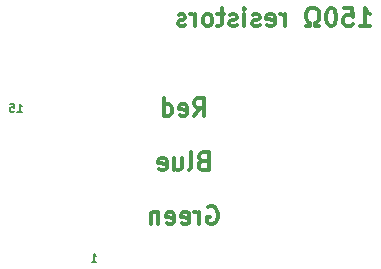
<source format=gbr>
G04 #@! TF.GenerationSoftware,KiCad,Pcbnew,(5.1.5-0-10_14)*
G04 #@! TF.CreationDate,2021-12-04T19:34:15-07:00*
G04 #@! TF.ProjectId,PC8801mkII VGA,50433838-3031-46d6-9b49-49205647412e,rev?*
G04 #@! TF.SameCoordinates,Original*
G04 #@! TF.FileFunction,Legend,Bot*
G04 #@! TF.FilePolarity,Positive*
%FSLAX46Y46*%
G04 Gerber Fmt 4.6, Leading zero omitted, Abs format (unit mm)*
G04 Created by KiCad (PCBNEW (5.1.5-0-10_14)) date 2021-12-04 19:34:15*
%MOMM*%
%LPD*%
G04 APERTURE LIST*
%ADD10C,0.300000*%
%ADD11C,0.162500*%
G04 APERTURE END LIST*
D10*
X192107142Y-106064857D02*
X191892857Y-106136285D01*
X191821428Y-106207714D01*
X191750000Y-106350571D01*
X191750000Y-106564857D01*
X191821428Y-106707714D01*
X191892857Y-106779142D01*
X192035714Y-106850571D01*
X192607142Y-106850571D01*
X192607142Y-105350571D01*
X192107142Y-105350571D01*
X191964285Y-105422000D01*
X191892857Y-105493428D01*
X191821428Y-105636285D01*
X191821428Y-105779142D01*
X191892857Y-105922000D01*
X191964285Y-105993428D01*
X192107142Y-106064857D01*
X192607142Y-106064857D01*
X190892857Y-106850571D02*
X191035714Y-106779142D01*
X191107142Y-106636285D01*
X191107142Y-105350571D01*
X189678571Y-105850571D02*
X189678571Y-106850571D01*
X190321428Y-105850571D02*
X190321428Y-106636285D01*
X190250000Y-106779142D01*
X190107142Y-106850571D01*
X189892857Y-106850571D01*
X189750000Y-106779142D01*
X189678571Y-106707714D01*
X188392857Y-106779142D02*
X188535714Y-106850571D01*
X188821428Y-106850571D01*
X188964285Y-106779142D01*
X189035714Y-106636285D01*
X189035714Y-106064857D01*
X188964285Y-105922000D01*
X188821428Y-105850571D01*
X188535714Y-105850571D01*
X188392857Y-105922000D01*
X188321428Y-106064857D01*
X188321428Y-106207714D01*
X189035714Y-106350571D01*
X192535714Y-109994000D02*
X192678571Y-109922571D01*
X192892857Y-109922571D01*
X193107142Y-109994000D01*
X193250000Y-110136857D01*
X193321428Y-110279714D01*
X193392857Y-110565428D01*
X193392857Y-110779714D01*
X193321428Y-111065428D01*
X193250000Y-111208285D01*
X193107142Y-111351142D01*
X192892857Y-111422571D01*
X192750000Y-111422571D01*
X192535714Y-111351142D01*
X192464285Y-111279714D01*
X192464285Y-110779714D01*
X192750000Y-110779714D01*
X191821428Y-111422571D02*
X191821428Y-110422571D01*
X191821428Y-110708285D02*
X191750000Y-110565428D01*
X191678571Y-110494000D01*
X191535714Y-110422571D01*
X191392857Y-110422571D01*
X190321428Y-111351142D02*
X190464285Y-111422571D01*
X190750000Y-111422571D01*
X190892857Y-111351142D01*
X190964285Y-111208285D01*
X190964285Y-110636857D01*
X190892857Y-110494000D01*
X190750000Y-110422571D01*
X190464285Y-110422571D01*
X190321428Y-110494000D01*
X190250000Y-110636857D01*
X190250000Y-110779714D01*
X190964285Y-110922571D01*
X189035714Y-111351142D02*
X189178571Y-111422571D01*
X189464285Y-111422571D01*
X189607142Y-111351142D01*
X189678571Y-111208285D01*
X189678571Y-110636857D01*
X189607142Y-110494000D01*
X189464285Y-110422571D01*
X189178571Y-110422571D01*
X189035714Y-110494000D01*
X188964285Y-110636857D01*
X188964285Y-110779714D01*
X189678571Y-110922571D01*
X188321428Y-110422571D02*
X188321428Y-111422571D01*
X188321428Y-110565428D02*
X188250000Y-110494000D01*
X188107142Y-110422571D01*
X187892857Y-110422571D01*
X187750000Y-110494000D01*
X187678571Y-110636857D01*
X187678571Y-111422571D01*
X191357142Y-102278571D02*
X191857142Y-101564285D01*
X192214285Y-102278571D02*
X192214285Y-100778571D01*
X191642857Y-100778571D01*
X191500000Y-100850000D01*
X191428571Y-100921428D01*
X191357142Y-101064285D01*
X191357142Y-101278571D01*
X191428571Y-101421428D01*
X191500000Y-101492857D01*
X191642857Y-101564285D01*
X192214285Y-101564285D01*
X190142857Y-102207142D02*
X190285714Y-102278571D01*
X190571428Y-102278571D01*
X190714285Y-102207142D01*
X190785714Y-102064285D01*
X190785714Y-101492857D01*
X190714285Y-101350000D01*
X190571428Y-101278571D01*
X190285714Y-101278571D01*
X190142857Y-101350000D01*
X190071428Y-101492857D01*
X190071428Y-101635714D01*
X190785714Y-101778571D01*
X188785714Y-102278571D02*
X188785714Y-100778571D01*
X188785714Y-102207142D02*
X188928571Y-102278571D01*
X189214285Y-102278571D01*
X189357142Y-102207142D01*
X189428571Y-102135714D01*
X189500000Y-101992857D01*
X189500000Y-101564285D01*
X189428571Y-101421428D01*
X189357142Y-101350000D01*
X189214285Y-101278571D01*
X188928571Y-101278571D01*
X188785714Y-101350000D01*
D11*
X176399809Y-101894047D02*
X176771238Y-101894047D01*
X176585523Y-101894047D02*
X176585523Y-101244047D01*
X176647428Y-101336904D01*
X176709333Y-101398809D01*
X176771238Y-101429761D01*
X175811714Y-101244047D02*
X176121238Y-101244047D01*
X176152190Y-101553571D01*
X176121238Y-101522619D01*
X176059333Y-101491666D01*
X175904571Y-101491666D01*
X175842666Y-101522619D01*
X175811714Y-101553571D01*
X175780761Y-101615476D01*
X175780761Y-101770238D01*
X175811714Y-101832142D01*
X175842666Y-101863095D01*
X175904571Y-101894047D01*
X176059333Y-101894047D01*
X176121238Y-101863095D01*
X176152190Y-101832142D01*
X182694285Y-114594047D02*
X183065714Y-114594047D01*
X182880000Y-114594047D02*
X182880000Y-113944047D01*
X182941904Y-114036904D01*
X183003809Y-114098809D01*
X183065714Y-114129761D01*
D10*
X205405714Y-94658571D02*
X206262857Y-94658571D01*
X205834285Y-94658571D02*
X205834285Y-93158571D01*
X205977142Y-93372857D01*
X206120000Y-93515714D01*
X206262857Y-93587142D01*
X204048571Y-93158571D02*
X204762857Y-93158571D01*
X204834285Y-93872857D01*
X204762857Y-93801428D01*
X204620000Y-93730000D01*
X204262857Y-93730000D01*
X204120000Y-93801428D01*
X204048571Y-93872857D01*
X203977142Y-94015714D01*
X203977142Y-94372857D01*
X204048571Y-94515714D01*
X204120000Y-94587142D01*
X204262857Y-94658571D01*
X204620000Y-94658571D01*
X204762857Y-94587142D01*
X204834285Y-94515714D01*
X203048571Y-93158571D02*
X202905714Y-93158571D01*
X202762857Y-93230000D01*
X202691428Y-93301428D01*
X202620000Y-93444285D01*
X202548571Y-93730000D01*
X202548571Y-94087142D01*
X202620000Y-94372857D01*
X202691428Y-94515714D01*
X202762857Y-94587142D01*
X202905714Y-94658571D01*
X203048571Y-94658571D01*
X203191428Y-94587142D01*
X203262857Y-94515714D01*
X203334285Y-94372857D01*
X203405714Y-94087142D01*
X203405714Y-93730000D01*
X203334285Y-93444285D01*
X203262857Y-93301428D01*
X203191428Y-93230000D01*
X203048571Y-93158571D01*
X201977142Y-94658571D02*
X201620000Y-94658571D01*
X201620000Y-94372857D01*
X201762857Y-94301428D01*
X201905714Y-94158571D01*
X201977142Y-93944285D01*
X201977142Y-93587142D01*
X201905714Y-93372857D01*
X201762857Y-93230000D01*
X201548571Y-93158571D01*
X201262857Y-93158571D01*
X201048571Y-93230000D01*
X200905714Y-93372857D01*
X200834285Y-93587142D01*
X200834285Y-93944285D01*
X200905714Y-94158571D01*
X201048571Y-94301428D01*
X201191428Y-94372857D01*
X201191428Y-94658571D01*
X200834285Y-94658571D01*
X199048571Y-94658571D02*
X199048571Y-93658571D01*
X199048571Y-93944285D02*
X198977142Y-93801428D01*
X198905714Y-93730000D01*
X198762857Y-93658571D01*
X198620000Y-93658571D01*
X197548571Y-94587142D02*
X197691428Y-94658571D01*
X197977142Y-94658571D01*
X198120000Y-94587142D01*
X198191428Y-94444285D01*
X198191428Y-93872857D01*
X198120000Y-93730000D01*
X197977142Y-93658571D01*
X197691428Y-93658571D01*
X197548571Y-93730000D01*
X197477142Y-93872857D01*
X197477142Y-94015714D01*
X198191428Y-94158571D01*
X196905714Y-94587142D02*
X196762857Y-94658571D01*
X196477142Y-94658571D01*
X196334285Y-94587142D01*
X196262857Y-94444285D01*
X196262857Y-94372857D01*
X196334285Y-94230000D01*
X196477142Y-94158571D01*
X196691428Y-94158571D01*
X196834285Y-94087142D01*
X196905714Y-93944285D01*
X196905714Y-93872857D01*
X196834285Y-93730000D01*
X196691428Y-93658571D01*
X196477142Y-93658571D01*
X196334285Y-93730000D01*
X195620000Y-94658571D02*
X195620000Y-93658571D01*
X195620000Y-93158571D02*
X195691428Y-93230000D01*
X195620000Y-93301428D01*
X195548571Y-93230000D01*
X195620000Y-93158571D01*
X195620000Y-93301428D01*
X194977142Y-94587142D02*
X194834285Y-94658571D01*
X194548571Y-94658571D01*
X194405714Y-94587142D01*
X194334285Y-94444285D01*
X194334285Y-94372857D01*
X194405714Y-94230000D01*
X194548571Y-94158571D01*
X194762857Y-94158571D01*
X194905714Y-94087142D01*
X194977142Y-93944285D01*
X194977142Y-93872857D01*
X194905714Y-93730000D01*
X194762857Y-93658571D01*
X194548571Y-93658571D01*
X194405714Y-93730000D01*
X193905714Y-93658571D02*
X193334285Y-93658571D01*
X193691428Y-93158571D02*
X193691428Y-94444285D01*
X193620000Y-94587142D01*
X193477142Y-94658571D01*
X193334285Y-94658571D01*
X192620000Y-94658571D02*
X192762857Y-94587142D01*
X192834285Y-94515714D01*
X192905714Y-94372857D01*
X192905714Y-93944285D01*
X192834285Y-93801428D01*
X192762857Y-93730000D01*
X192620000Y-93658571D01*
X192405714Y-93658571D01*
X192262857Y-93730000D01*
X192191428Y-93801428D01*
X192120000Y-93944285D01*
X192120000Y-94372857D01*
X192191428Y-94515714D01*
X192262857Y-94587142D01*
X192405714Y-94658571D01*
X192620000Y-94658571D01*
X191477142Y-94658571D02*
X191477142Y-93658571D01*
X191477142Y-93944285D02*
X191405714Y-93801428D01*
X191334285Y-93730000D01*
X191191428Y-93658571D01*
X191048571Y-93658571D01*
X190620000Y-94587142D02*
X190477142Y-94658571D01*
X190191428Y-94658571D01*
X190048571Y-94587142D01*
X189977142Y-94444285D01*
X189977142Y-94372857D01*
X190048571Y-94230000D01*
X190191428Y-94158571D01*
X190405714Y-94158571D01*
X190548571Y-94087142D01*
X190620000Y-93944285D01*
X190620000Y-93872857D01*
X190548571Y-93730000D01*
X190405714Y-93658571D01*
X190191428Y-93658571D01*
X190048571Y-93730000D01*
M02*

</source>
